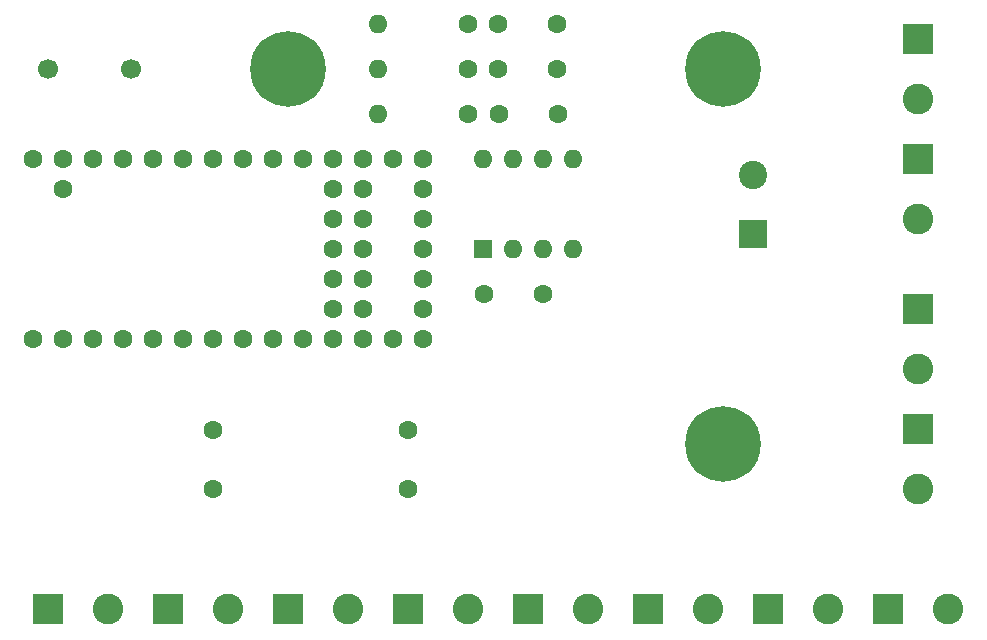
<source format=gbr>
%TF.GenerationSoftware,KiCad,Pcbnew,(5.1.10)-1*%
%TF.CreationDate,2022-06-29T20:33:17-04:00*%
%TF.ProjectId,RPI4_LEDs,52504934-5f4c-4454-9473-2e6b69636164,rev?*%
%TF.SameCoordinates,Original*%
%TF.FileFunction,Soldermask,Bot*%
%TF.FilePolarity,Negative*%
%FSLAX46Y46*%
G04 Gerber Fmt 4.6, Leading zero omitted, Abs format (unit mm)*
G04 Created by KiCad (PCBNEW (5.1.10)-1) date 2022-06-29 20:33:17*
%MOMM*%
%LPD*%
G01*
G04 APERTURE LIST*
%ADD10C,1.600000*%
%ADD11C,2.400000*%
%ADD12R,2.400000X2.400000*%
%ADD13O,1.600000X1.600000*%
%ADD14C,2.600000*%
%ADD15R,2.600000X2.600000*%
%ADD16C,0.800000*%
%ADD17C,6.400000*%
%ADD18C,1.700000*%
%ADD19R,1.600000X1.600000*%
G04 APERTURE END LIST*
D10*
%TO.C,C7*%
X133430000Y-80010000D03*
X138430000Y-80010000D03*
%TD*%
D11*
%TO.C,C3*%
X154940000Y-85170000D03*
D12*
X154940000Y-90170000D03*
%TD*%
D13*
%TO.C,R1*%
X123190000Y-72390000D03*
D10*
X130810000Y-72390000D03*
%TD*%
D14*
%TO.C,J13*%
X168910000Y-78740000D03*
D15*
X168910000Y-73660000D03*
%TD*%
D14*
%TO.C,J12*%
X168910000Y-88900000D03*
D15*
X168910000Y-83820000D03*
%TD*%
D16*
%TO.C,H4*%
X154097056Y-74502944D03*
X152400000Y-73800000D03*
X150702944Y-74502944D03*
X150000000Y-76200000D03*
X150702944Y-77897056D03*
X152400000Y-78600000D03*
X154097056Y-77897056D03*
X154800000Y-76200000D03*
D17*
X152400000Y-76200000D03*
%TD*%
D16*
%TO.C,H3*%
X154097056Y-106252944D03*
X152400000Y-105550000D03*
X150702944Y-106252944D03*
X150000000Y-107950000D03*
X150702944Y-109647056D03*
X152400000Y-110350000D03*
X154097056Y-109647056D03*
X154800000Y-107950000D03*
D17*
X152400000Y-107950000D03*
%TD*%
D16*
%TO.C,H2*%
X117267056Y-74502944D03*
X115570000Y-73800000D03*
X113872944Y-74502944D03*
X113170000Y-76200000D03*
X113872944Y-77897056D03*
X115570000Y-78600000D03*
X117267056Y-77897056D03*
X117970000Y-76200000D03*
D17*
X115570000Y-76200000D03*
%TD*%
D18*
%TO.C,J10*%
X102290000Y-76200000D03*
X95290000Y-76200000D03*
%TD*%
D13*
%TO.C,U4*%
X132080000Y-83820000D03*
X139700000Y-91440000D03*
X134620000Y-83820000D03*
X137160000Y-91440000D03*
X137160000Y-83820000D03*
X134620000Y-91440000D03*
X139700000Y-83820000D03*
D19*
X132080000Y-91440000D03*
%TD*%
D10*
%TO.C,U2*%
X119380000Y-96520000D03*
X121920000Y-96520000D03*
X119380000Y-93980000D03*
X121920000Y-93980000D03*
X119380000Y-91440000D03*
X121920000Y-91440000D03*
X119380000Y-88900000D03*
X121920000Y-88900000D03*
X119380000Y-86360000D03*
X121920000Y-86360000D03*
X93980000Y-99060000D03*
X96520000Y-99060000D03*
X99060000Y-99060000D03*
X101600000Y-99060000D03*
X104140000Y-99060000D03*
X106680000Y-99060000D03*
X109220000Y-99060000D03*
X111760000Y-99060000D03*
X114300000Y-99060000D03*
X116840000Y-99060000D03*
X119380000Y-99060000D03*
X121920000Y-99060000D03*
X124460000Y-99060000D03*
X96520000Y-86360000D03*
X93980000Y-83820000D03*
X96520000Y-83820000D03*
X99060000Y-83820000D03*
X101600000Y-83820000D03*
X104140000Y-83820000D03*
X106680000Y-83820000D03*
X109220000Y-83820000D03*
X111760000Y-83820000D03*
X114300000Y-83820000D03*
X116840000Y-83820000D03*
X119380000Y-83820000D03*
X121920000Y-83820000D03*
X124460000Y-83820000D03*
X127000000Y-99060000D03*
X127000000Y-96520000D03*
X127000000Y-93980000D03*
X127000000Y-83820000D03*
X127000000Y-86360000D03*
X127000000Y-88900000D03*
X127000000Y-91440000D03*
%TD*%
D13*
%TO.C,R3*%
X123190000Y-80010000D03*
D10*
X130810000Y-80010000D03*
%TD*%
D13*
%TO.C,R2*%
X123190000Y-76200000D03*
D10*
X130810000Y-76200000D03*
%TD*%
D14*
%TO.C,J11*%
X161290000Y-121920000D03*
D15*
X156210000Y-121920000D03*
%TD*%
D14*
%TO.C,J9*%
X171450000Y-121920000D03*
D15*
X166370000Y-121920000D03*
%TD*%
D14*
%TO.C,J8*%
X151130000Y-121920000D03*
D15*
X146050000Y-121920000D03*
%TD*%
D14*
%TO.C,J7*%
X140970000Y-121920000D03*
D15*
X135890000Y-121920000D03*
%TD*%
D14*
%TO.C,J6*%
X120650000Y-121920000D03*
D15*
X115570000Y-121920000D03*
%TD*%
D14*
%TO.C,J5*%
X130810000Y-121920000D03*
D15*
X125730000Y-121920000D03*
%TD*%
D14*
%TO.C,J4*%
X110490000Y-121920000D03*
D15*
X105410000Y-121920000D03*
%TD*%
D14*
%TO.C,J3*%
X100330000Y-121920000D03*
D15*
X95250000Y-121920000D03*
%TD*%
D14*
%TO.C,J2*%
X168910000Y-101600000D03*
D15*
X168910000Y-96520000D03*
%TD*%
D14*
%TO.C,J1*%
X168910000Y-111760000D03*
D15*
X168910000Y-106680000D03*
%TD*%
D10*
%TO.C,C6*%
X138350000Y-76200000D03*
X133350000Y-76200000D03*
%TD*%
%TO.C,C5*%
X138350000Y-72390000D03*
X133350000Y-72390000D03*
%TD*%
%TO.C,C4*%
X132160000Y-95250000D03*
X137160000Y-95250000D03*
%TD*%
%TO.C,C2*%
X125730000Y-106760000D03*
X125730000Y-111760000D03*
%TD*%
%TO.C,C1*%
X109220000Y-106760000D03*
X109220000Y-111760000D03*
%TD*%
M02*

</source>
